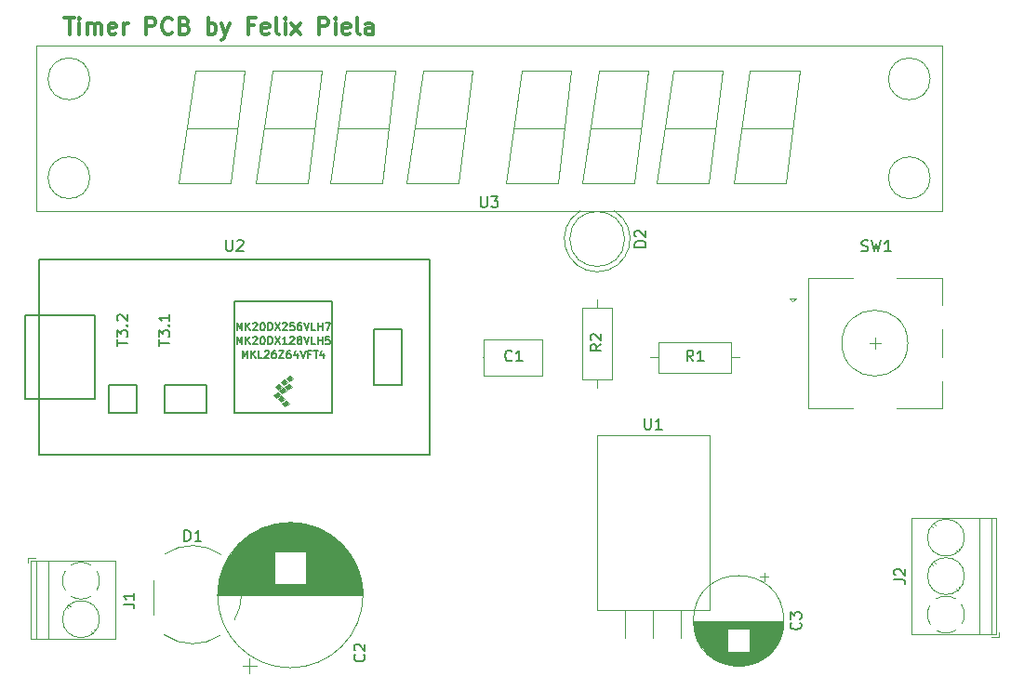
<source format=gbr>
G04 #@! TF.GenerationSoftware,KiCad,Pcbnew,(5.1.7)-1*
G04 #@! TF.CreationDate,2020-10-06T18:52:08+02:00*
G04 #@! TF.ProjectId,Timer-PCB,54696d65-722d-4504-9342-2e6b69636164,rev?*
G04 #@! TF.SameCoordinates,Original*
G04 #@! TF.FileFunction,Legend,Top*
G04 #@! TF.FilePolarity,Positive*
%FSLAX46Y46*%
G04 Gerber Fmt 4.6, Leading zero omitted, Abs format (unit mm)*
G04 Created by KiCad (PCBNEW (5.1.7)-1) date 2020-10-06 18:52:08*
%MOMM*%
%LPD*%
G01*
G04 APERTURE LIST*
%ADD10C,0.300000*%
%ADD11C,0.120000*%
%ADD12C,0.100000*%
%ADD13C,0.150000*%
G04 APERTURE END LIST*
D10*
X68357142Y-71928571D02*
X69214285Y-71928571D01*
X68785714Y-73428571D02*
X68785714Y-71928571D01*
X69714285Y-73428571D02*
X69714285Y-72428571D01*
X69714285Y-71928571D02*
X69642857Y-72000000D01*
X69714285Y-72071428D01*
X69785714Y-72000000D01*
X69714285Y-71928571D01*
X69714285Y-72071428D01*
X70428571Y-73428571D02*
X70428571Y-72428571D01*
X70428571Y-72571428D02*
X70500000Y-72500000D01*
X70642857Y-72428571D01*
X70857142Y-72428571D01*
X71000000Y-72500000D01*
X71071428Y-72642857D01*
X71071428Y-73428571D01*
X71071428Y-72642857D02*
X71142857Y-72500000D01*
X71285714Y-72428571D01*
X71500000Y-72428571D01*
X71642857Y-72500000D01*
X71714285Y-72642857D01*
X71714285Y-73428571D01*
X73000000Y-73357142D02*
X72857142Y-73428571D01*
X72571428Y-73428571D01*
X72428571Y-73357142D01*
X72357142Y-73214285D01*
X72357142Y-72642857D01*
X72428571Y-72500000D01*
X72571428Y-72428571D01*
X72857142Y-72428571D01*
X73000000Y-72500000D01*
X73071428Y-72642857D01*
X73071428Y-72785714D01*
X72357142Y-72928571D01*
X73714285Y-73428571D02*
X73714285Y-72428571D01*
X73714285Y-72714285D02*
X73785714Y-72571428D01*
X73857142Y-72500000D01*
X74000000Y-72428571D01*
X74142857Y-72428571D01*
X75785714Y-73428571D02*
X75785714Y-71928571D01*
X76357142Y-71928571D01*
X76500000Y-72000000D01*
X76571428Y-72071428D01*
X76642857Y-72214285D01*
X76642857Y-72428571D01*
X76571428Y-72571428D01*
X76500000Y-72642857D01*
X76357142Y-72714285D01*
X75785714Y-72714285D01*
X78142857Y-73285714D02*
X78071428Y-73357142D01*
X77857142Y-73428571D01*
X77714285Y-73428571D01*
X77500000Y-73357142D01*
X77357142Y-73214285D01*
X77285714Y-73071428D01*
X77214285Y-72785714D01*
X77214285Y-72571428D01*
X77285714Y-72285714D01*
X77357142Y-72142857D01*
X77500000Y-72000000D01*
X77714285Y-71928571D01*
X77857142Y-71928571D01*
X78071428Y-72000000D01*
X78142857Y-72071428D01*
X79285714Y-72642857D02*
X79500000Y-72714285D01*
X79571428Y-72785714D01*
X79642857Y-72928571D01*
X79642857Y-73142857D01*
X79571428Y-73285714D01*
X79500000Y-73357142D01*
X79357142Y-73428571D01*
X78785714Y-73428571D01*
X78785714Y-71928571D01*
X79285714Y-71928571D01*
X79428571Y-72000000D01*
X79500000Y-72071428D01*
X79571428Y-72214285D01*
X79571428Y-72357142D01*
X79500000Y-72500000D01*
X79428571Y-72571428D01*
X79285714Y-72642857D01*
X78785714Y-72642857D01*
X81428571Y-73428571D02*
X81428571Y-71928571D01*
X81428571Y-72500000D02*
X81571428Y-72428571D01*
X81857142Y-72428571D01*
X82000000Y-72500000D01*
X82071428Y-72571428D01*
X82142857Y-72714285D01*
X82142857Y-73142857D01*
X82071428Y-73285714D01*
X82000000Y-73357142D01*
X81857142Y-73428571D01*
X81571428Y-73428571D01*
X81428571Y-73357142D01*
X82642857Y-72428571D02*
X83000000Y-73428571D01*
X83357142Y-72428571D02*
X83000000Y-73428571D01*
X82857142Y-73785714D01*
X82785714Y-73857142D01*
X82642857Y-73928571D01*
X85571428Y-72642857D02*
X85071428Y-72642857D01*
X85071428Y-73428571D02*
X85071428Y-71928571D01*
X85785714Y-71928571D01*
X86928571Y-73357142D02*
X86785714Y-73428571D01*
X86500000Y-73428571D01*
X86357142Y-73357142D01*
X86285714Y-73214285D01*
X86285714Y-72642857D01*
X86357142Y-72500000D01*
X86500000Y-72428571D01*
X86785714Y-72428571D01*
X86928571Y-72500000D01*
X87000000Y-72642857D01*
X87000000Y-72785714D01*
X86285714Y-72928571D01*
X87857142Y-73428571D02*
X87714285Y-73357142D01*
X87642857Y-73214285D01*
X87642857Y-71928571D01*
X88428571Y-73428571D02*
X88428571Y-72428571D01*
X88428571Y-71928571D02*
X88357142Y-72000000D01*
X88428571Y-72071428D01*
X88500000Y-72000000D01*
X88428571Y-71928571D01*
X88428571Y-72071428D01*
X89000000Y-73428571D02*
X89785714Y-72428571D01*
X89000000Y-72428571D02*
X89785714Y-73428571D01*
X91500000Y-73428571D02*
X91500000Y-71928571D01*
X92071428Y-71928571D01*
X92214285Y-72000000D01*
X92285714Y-72071428D01*
X92357142Y-72214285D01*
X92357142Y-72428571D01*
X92285714Y-72571428D01*
X92214285Y-72642857D01*
X92071428Y-72714285D01*
X91500000Y-72714285D01*
X93000000Y-73428571D02*
X93000000Y-72428571D01*
X93000000Y-71928571D02*
X92928571Y-72000000D01*
X93000000Y-72071428D01*
X93071428Y-72000000D01*
X93000000Y-71928571D01*
X93000000Y-72071428D01*
X94285714Y-73357142D02*
X94142857Y-73428571D01*
X93857142Y-73428571D01*
X93714285Y-73357142D01*
X93642857Y-73214285D01*
X93642857Y-72642857D01*
X93714285Y-72500000D01*
X93857142Y-72428571D01*
X94142857Y-72428571D01*
X94285714Y-72500000D01*
X94357142Y-72642857D01*
X94357142Y-72785714D01*
X93642857Y-72928571D01*
X95214285Y-73428571D02*
X95071428Y-73357142D01*
X95000000Y-73214285D01*
X95000000Y-71928571D01*
X96428571Y-73428571D02*
X96428571Y-72642857D01*
X96357142Y-72500000D01*
X96214285Y-72428571D01*
X95928571Y-72428571D01*
X95785714Y-72500000D01*
X96428571Y-73357142D02*
X96285714Y-73428571D01*
X95928571Y-73428571D01*
X95785714Y-73357142D01*
X95714285Y-73214285D01*
X95714285Y-73071428D01*
X95785714Y-72928571D01*
X95928571Y-72857142D01*
X96285714Y-72857142D01*
X96428571Y-72785714D01*
D11*
X111870000Y-102870000D02*
X111830000Y-102870000D01*
X106450000Y-102870000D02*
X106490000Y-102870000D01*
X111830000Y-101200000D02*
X106490000Y-101200000D01*
X111830000Y-104540000D02*
X111830000Y-101200000D01*
X106490000Y-104540000D02*
X111830000Y-104540000D01*
X106490000Y-101200000D02*
X106490000Y-104540000D01*
X84535000Y-130934569D02*
X85835000Y-130934569D01*
X85185000Y-131584569D02*
X85185000Y-130284569D01*
X88425000Y-117899000D02*
X89375000Y-117899000D01*
X88050000Y-117939000D02*
X89750000Y-117939000D01*
X87793000Y-117979000D02*
X90007000Y-117979000D01*
X87585000Y-118019000D02*
X90215000Y-118019000D01*
X87406000Y-118059000D02*
X90394000Y-118059000D01*
X87247000Y-118099000D02*
X90553000Y-118099000D01*
X87102000Y-118139000D02*
X90698000Y-118139000D01*
X86969000Y-118179000D02*
X90831000Y-118179000D01*
X86845000Y-118219000D02*
X90955000Y-118219000D01*
X86729000Y-118259000D02*
X91071000Y-118259000D01*
X86619000Y-118299000D02*
X91181000Y-118299000D01*
X86515000Y-118339000D02*
X91285000Y-118339000D01*
X86416000Y-118379000D02*
X91384000Y-118379000D01*
X86321000Y-118419000D02*
X91479000Y-118419000D01*
X86230000Y-118459000D02*
X91570000Y-118459000D01*
X86142000Y-118499000D02*
X91658000Y-118499000D01*
X86058000Y-118539000D02*
X91742000Y-118539000D01*
X85977000Y-118579000D02*
X91823000Y-118579000D01*
X85898000Y-118619000D02*
X91902000Y-118619000D01*
X85822000Y-118659000D02*
X91978000Y-118659000D01*
X85748000Y-118699000D02*
X92052000Y-118699000D01*
X85677000Y-118739000D02*
X92123000Y-118739000D01*
X85607000Y-118779000D02*
X92193000Y-118779000D01*
X85539000Y-118819000D02*
X92261000Y-118819000D01*
X85473000Y-118859000D02*
X92327000Y-118859000D01*
X85409000Y-118899000D02*
X92391000Y-118899000D01*
X85346000Y-118939000D02*
X92454000Y-118939000D01*
X85285000Y-118979000D02*
X92515000Y-118979000D01*
X85225000Y-119019000D02*
X92575000Y-119019000D01*
X85167000Y-119059000D02*
X92633000Y-119059000D01*
X85110000Y-119099000D02*
X92690000Y-119099000D01*
X85054000Y-119139000D02*
X92746000Y-119139000D01*
X85000000Y-119179000D02*
X92800000Y-119179000D01*
X84946000Y-119219000D02*
X92854000Y-119219000D01*
X84894000Y-119259000D02*
X92906000Y-119259000D01*
X84843000Y-119299000D02*
X92957000Y-119299000D01*
X84792000Y-119339000D02*
X93008000Y-119339000D01*
X84743000Y-119379000D02*
X93057000Y-119379000D01*
X84695000Y-119419000D02*
X93105000Y-119419000D01*
X84647000Y-119459000D02*
X93153000Y-119459000D01*
X84601000Y-119499000D02*
X93199000Y-119499000D01*
X84555000Y-119539000D02*
X93245000Y-119539000D01*
X84510000Y-119579000D02*
X93290000Y-119579000D01*
X84466000Y-119619000D02*
X93334000Y-119619000D01*
X84423000Y-119659000D02*
X93377000Y-119659000D01*
X84381000Y-119699000D02*
X93419000Y-119699000D01*
X84339000Y-119739000D02*
X93461000Y-119739000D01*
X84298000Y-119779000D02*
X93502000Y-119779000D01*
X84257000Y-119819000D02*
X93543000Y-119819000D01*
X84218000Y-119859000D02*
X93582000Y-119859000D01*
X84179000Y-119899000D02*
X93621000Y-119899000D01*
X84140000Y-119939000D02*
X93660000Y-119939000D01*
X84103000Y-119979000D02*
X93697000Y-119979000D01*
X84066000Y-120019000D02*
X93734000Y-120019000D01*
X84029000Y-120059000D02*
X93771000Y-120059000D01*
X83993000Y-120099000D02*
X93807000Y-120099000D01*
X83958000Y-120139000D02*
X93842000Y-120139000D01*
X83923000Y-120179000D02*
X93877000Y-120179000D01*
X83889000Y-120219000D02*
X93911000Y-120219000D01*
X83856000Y-120259000D02*
X93944000Y-120259000D01*
X83822000Y-120299000D02*
X93978000Y-120299000D01*
X83790000Y-120339000D02*
X94010000Y-120339000D01*
X83758000Y-120379000D02*
X94042000Y-120379000D01*
X83726000Y-120419000D02*
X94074000Y-120419000D01*
X83695000Y-120459000D02*
X94105000Y-120459000D01*
X83665000Y-120499000D02*
X94135000Y-120499000D01*
X83635000Y-120539000D02*
X94165000Y-120539000D01*
X90340000Y-120579000D02*
X94195000Y-120579000D01*
X83605000Y-120579000D02*
X87460000Y-120579000D01*
X90340000Y-120619000D02*
X94224000Y-120619000D01*
X83576000Y-120619000D02*
X87460000Y-120619000D01*
X90340000Y-120659000D02*
X94253000Y-120659000D01*
X83547000Y-120659000D02*
X87460000Y-120659000D01*
X90340000Y-120699000D02*
X94281000Y-120699000D01*
X83519000Y-120699000D02*
X87460000Y-120699000D01*
X90340000Y-120739000D02*
X94309000Y-120739000D01*
X83491000Y-120739000D02*
X87460000Y-120739000D01*
X90340000Y-120779000D02*
X94336000Y-120779000D01*
X83464000Y-120779000D02*
X87460000Y-120779000D01*
X90340000Y-120819000D02*
X94363000Y-120819000D01*
X83437000Y-120819000D02*
X87460000Y-120819000D01*
X90340000Y-120859000D02*
X94390000Y-120859000D01*
X83410000Y-120859000D02*
X87460000Y-120859000D01*
X90340000Y-120899000D02*
X94416000Y-120899000D01*
X83384000Y-120899000D02*
X87460000Y-120899000D01*
X90340000Y-120939000D02*
X94442000Y-120939000D01*
X83358000Y-120939000D02*
X87460000Y-120939000D01*
X90340000Y-120979000D02*
X94467000Y-120979000D01*
X83333000Y-120979000D02*
X87460000Y-120979000D01*
X90340000Y-121019000D02*
X94492000Y-121019000D01*
X83308000Y-121019000D02*
X87460000Y-121019000D01*
X90340000Y-121059000D02*
X94517000Y-121059000D01*
X83283000Y-121059000D02*
X87460000Y-121059000D01*
X90340000Y-121099000D02*
X94541000Y-121099000D01*
X83259000Y-121099000D02*
X87460000Y-121099000D01*
X90340000Y-121139000D02*
X94564000Y-121139000D01*
X83236000Y-121139000D02*
X87460000Y-121139000D01*
X90340000Y-121179000D02*
X94588000Y-121179000D01*
X83212000Y-121179000D02*
X87460000Y-121179000D01*
X90340000Y-121219000D02*
X94611000Y-121219000D01*
X83189000Y-121219000D02*
X87460000Y-121219000D01*
X90340000Y-121259000D02*
X94633000Y-121259000D01*
X83167000Y-121259000D02*
X87460000Y-121259000D01*
X90340000Y-121299000D02*
X94656000Y-121299000D01*
X83144000Y-121299000D02*
X87460000Y-121299000D01*
X90340000Y-121339000D02*
X94678000Y-121339000D01*
X83122000Y-121339000D02*
X87460000Y-121339000D01*
X90340000Y-121379000D02*
X94699000Y-121379000D01*
X83101000Y-121379000D02*
X87460000Y-121379000D01*
X90340000Y-121419000D02*
X94720000Y-121419000D01*
X83080000Y-121419000D02*
X87460000Y-121419000D01*
X90340000Y-121459000D02*
X94741000Y-121459000D01*
X83059000Y-121459000D02*
X87460000Y-121459000D01*
X90340000Y-121499000D02*
X94762000Y-121499000D01*
X83038000Y-121499000D02*
X87460000Y-121499000D01*
X90340000Y-121539000D02*
X94782000Y-121539000D01*
X83018000Y-121539000D02*
X87460000Y-121539000D01*
X90340000Y-121579000D02*
X94802000Y-121579000D01*
X82998000Y-121579000D02*
X87460000Y-121579000D01*
X90340000Y-121619000D02*
X94821000Y-121619000D01*
X82979000Y-121619000D02*
X87460000Y-121619000D01*
X90340000Y-121659000D02*
X94840000Y-121659000D01*
X82960000Y-121659000D02*
X87460000Y-121659000D01*
X90340000Y-121699000D02*
X94859000Y-121699000D01*
X82941000Y-121699000D02*
X87460000Y-121699000D01*
X90340000Y-121739000D02*
X94878000Y-121739000D01*
X82922000Y-121739000D02*
X87460000Y-121739000D01*
X90340000Y-121779000D02*
X94896000Y-121779000D01*
X82904000Y-121779000D02*
X87460000Y-121779000D01*
X90340000Y-121819000D02*
X94914000Y-121819000D01*
X82886000Y-121819000D02*
X87460000Y-121819000D01*
X90340000Y-121859000D02*
X94931000Y-121859000D01*
X82869000Y-121859000D02*
X87460000Y-121859000D01*
X90340000Y-121899000D02*
X94949000Y-121899000D01*
X82851000Y-121899000D02*
X87460000Y-121899000D01*
X90340000Y-121939000D02*
X94965000Y-121939000D01*
X82835000Y-121939000D02*
X87460000Y-121939000D01*
X90340000Y-121979000D02*
X94982000Y-121979000D01*
X82818000Y-121979000D02*
X87460000Y-121979000D01*
X90340000Y-122019000D02*
X94998000Y-122019000D01*
X82802000Y-122019000D02*
X87460000Y-122019000D01*
X90340000Y-122059000D02*
X95014000Y-122059000D01*
X82786000Y-122059000D02*
X87460000Y-122059000D01*
X90340000Y-122099000D02*
X95030000Y-122099000D01*
X82770000Y-122099000D02*
X87460000Y-122099000D01*
X90340000Y-122139000D02*
X95046000Y-122139000D01*
X82754000Y-122139000D02*
X87460000Y-122139000D01*
X90340000Y-122179000D02*
X95061000Y-122179000D01*
X82739000Y-122179000D02*
X87460000Y-122179000D01*
X90340000Y-122219000D02*
X95075000Y-122219000D01*
X82725000Y-122219000D02*
X87460000Y-122219000D01*
X90340000Y-122259000D02*
X95090000Y-122259000D01*
X82710000Y-122259000D02*
X87460000Y-122259000D01*
X90340000Y-122299000D02*
X95104000Y-122299000D01*
X82696000Y-122299000D02*
X87460000Y-122299000D01*
X90340000Y-122339000D02*
X95118000Y-122339000D01*
X82682000Y-122339000D02*
X87460000Y-122339000D01*
X90340000Y-122379000D02*
X95132000Y-122379000D01*
X82668000Y-122379000D02*
X87460000Y-122379000D01*
X90340000Y-122419000D02*
X95145000Y-122419000D01*
X82655000Y-122419000D02*
X87460000Y-122419000D01*
X90340000Y-122459000D02*
X95158000Y-122459000D01*
X82642000Y-122459000D02*
X87460000Y-122459000D01*
X90340000Y-122499000D02*
X95171000Y-122499000D01*
X82629000Y-122499000D02*
X87460000Y-122499000D01*
X90340000Y-122539000D02*
X95184000Y-122539000D01*
X82616000Y-122539000D02*
X87460000Y-122539000D01*
X90340000Y-122579000D02*
X95196000Y-122579000D01*
X82604000Y-122579000D02*
X87460000Y-122579000D01*
X90340000Y-122619000D02*
X95208000Y-122619000D01*
X82592000Y-122619000D02*
X87460000Y-122619000D01*
X90340000Y-122659000D02*
X95220000Y-122659000D01*
X82580000Y-122659000D02*
X87460000Y-122659000D01*
X90340000Y-122699000D02*
X95231000Y-122699000D01*
X82569000Y-122699000D02*
X87460000Y-122699000D01*
X90340000Y-122739000D02*
X95242000Y-122739000D01*
X82558000Y-122739000D02*
X87460000Y-122739000D01*
X90340000Y-122779000D02*
X95253000Y-122779000D01*
X82547000Y-122779000D02*
X87460000Y-122779000D01*
X90340000Y-122819000D02*
X95264000Y-122819000D01*
X82536000Y-122819000D02*
X87460000Y-122819000D01*
X90340000Y-122859000D02*
X95274000Y-122859000D01*
X82526000Y-122859000D02*
X87460000Y-122859000D01*
X90340000Y-122899000D02*
X95284000Y-122899000D01*
X82516000Y-122899000D02*
X87460000Y-122899000D01*
X90340000Y-122939000D02*
X95294000Y-122939000D01*
X82506000Y-122939000D02*
X87460000Y-122939000D01*
X90340000Y-122979000D02*
X95304000Y-122979000D01*
X82496000Y-122979000D02*
X87460000Y-122979000D01*
X90340000Y-123019000D02*
X95313000Y-123019000D01*
X82487000Y-123019000D02*
X87460000Y-123019000D01*
X90340000Y-123059000D02*
X95322000Y-123059000D01*
X82478000Y-123059000D02*
X87460000Y-123059000D01*
X90340000Y-123099000D02*
X95331000Y-123099000D01*
X82469000Y-123099000D02*
X87460000Y-123099000D01*
X90340000Y-123139000D02*
X95339000Y-123139000D01*
X82461000Y-123139000D02*
X87460000Y-123139000D01*
X90340000Y-123179000D02*
X95348000Y-123179000D01*
X82452000Y-123179000D02*
X87460000Y-123179000D01*
X90340000Y-123219000D02*
X95356000Y-123219000D01*
X82444000Y-123219000D02*
X87460000Y-123219000D01*
X90340000Y-123259000D02*
X95363000Y-123259000D01*
X82437000Y-123259000D02*
X87460000Y-123259000D01*
X90340000Y-123299000D02*
X95371000Y-123299000D01*
X82429000Y-123299000D02*
X87460000Y-123299000D01*
X90340000Y-123339000D02*
X95378000Y-123339000D01*
X82422000Y-123339000D02*
X87460000Y-123339000D01*
X90340000Y-123379000D02*
X95385000Y-123379000D01*
X82415000Y-123379000D02*
X87460000Y-123379000D01*
X90340000Y-123419000D02*
X95392000Y-123419000D01*
X82408000Y-123419000D02*
X87460000Y-123419000D01*
X82402000Y-123459000D02*
X95398000Y-123459000D01*
X82395000Y-123499000D02*
X95405000Y-123499000D01*
X82389000Y-123539000D02*
X95411000Y-123539000D01*
X82384000Y-123579000D02*
X95416000Y-123579000D01*
X82378000Y-123619000D02*
X95422000Y-123619000D01*
X82373000Y-123659000D02*
X95427000Y-123659000D01*
X82368000Y-123699000D02*
X95432000Y-123699000D01*
X82363000Y-123739000D02*
X95437000Y-123739000D01*
X82359000Y-123779000D02*
X95441000Y-123779000D01*
X82355000Y-123820000D02*
X95445000Y-123820000D01*
X82351000Y-123860000D02*
X95449000Y-123860000D01*
X82347000Y-123900000D02*
X95453000Y-123900000D01*
X82343000Y-123940000D02*
X95457000Y-123940000D01*
X82340000Y-123980000D02*
X95460000Y-123980000D01*
X82337000Y-124020000D02*
X95463000Y-124020000D01*
X82334000Y-124060000D02*
X95466000Y-124060000D01*
X82332000Y-124100000D02*
X95468000Y-124100000D01*
X82329000Y-124140000D02*
X95471000Y-124140000D01*
X82327000Y-124180000D02*
X95473000Y-124180000D01*
X82325000Y-124220000D02*
X95475000Y-124220000D01*
X82324000Y-124260000D02*
X95476000Y-124260000D01*
X82323000Y-124300000D02*
X95477000Y-124300000D01*
X82321000Y-124340000D02*
X95479000Y-124340000D01*
X82321000Y-124380000D02*
X95479000Y-124380000D01*
X82320000Y-124420000D02*
X95480000Y-124420000D01*
X82320000Y-124460000D02*
X95480000Y-124460000D01*
X82320000Y-124500000D02*
X95480000Y-124500000D01*
X95520000Y-124500000D02*
G75*
G03*
X95520000Y-124500000I-6620000J0D01*
G01*
X132430000Y-122835302D02*
X131630000Y-122835302D01*
X132030000Y-122435302D02*
X132030000Y-123235302D01*
X130248000Y-130926000D02*
X129182000Y-130926000D01*
X130483000Y-130886000D02*
X128947000Y-130886000D01*
X130663000Y-130846000D02*
X128767000Y-130846000D01*
X130813000Y-130806000D02*
X128617000Y-130806000D01*
X130944000Y-130766000D02*
X128486000Y-130766000D01*
X131061000Y-130726000D02*
X128369000Y-130726000D01*
X131168000Y-130686000D02*
X128262000Y-130686000D01*
X131267000Y-130646000D02*
X128163000Y-130646000D01*
X131360000Y-130606000D02*
X128070000Y-130606000D01*
X131446000Y-130566000D02*
X127984000Y-130566000D01*
X131528000Y-130526000D02*
X127902000Y-130526000D01*
X131605000Y-130486000D02*
X127825000Y-130486000D01*
X131679000Y-130446000D02*
X127751000Y-130446000D01*
X131749000Y-130406000D02*
X127681000Y-130406000D01*
X131817000Y-130366000D02*
X127613000Y-130366000D01*
X131881000Y-130326000D02*
X127549000Y-130326000D01*
X131943000Y-130286000D02*
X127487000Y-130286000D01*
X132002000Y-130246000D02*
X127428000Y-130246000D01*
X132060000Y-130206000D02*
X127370000Y-130206000D01*
X132115000Y-130166000D02*
X127315000Y-130166000D01*
X132169000Y-130126000D02*
X127261000Y-130126000D01*
X132220000Y-130086000D02*
X127210000Y-130086000D01*
X132271000Y-130046000D02*
X127159000Y-130046000D01*
X132319000Y-130006000D02*
X127111000Y-130006000D01*
X132366000Y-129966000D02*
X127064000Y-129966000D01*
X132412000Y-129926000D02*
X127018000Y-129926000D01*
X132456000Y-129886000D02*
X126974000Y-129886000D01*
X132499000Y-129846000D02*
X126931000Y-129846000D01*
X132541000Y-129806000D02*
X126889000Y-129806000D01*
X132582000Y-129766000D02*
X126848000Y-129766000D01*
X132622000Y-129726000D02*
X126808000Y-129726000D01*
X132660000Y-129686000D02*
X126770000Y-129686000D01*
X132698000Y-129646000D02*
X126732000Y-129646000D01*
X128675000Y-129606000D02*
X126696000Y-129606000D01*
X132734000Y-129606000D02*
X130755000Y-129606000D01*
X128675000Y-129566000D02*
X126660000Y-129566000D01*
X132770000Y-129566000D02*
X130755000Y-129566000D01*
X128675000Y-129526000D02*
X126625000Y-129526000D01*
X132805000Y-129526000D02*
X130755000Y-129526000D01*
X128675000Y-129486000D02*
X126591000Y-129486000D01*
X132839000Y-129486000D02*
X130755000Y-129486000D01*
X128675000Y-129446000D02*
X126559000Y-129446000D01*
X132871000Y-129446000D02*
X130755000Y-129446000D01*
X128675000Y-129406000D02*
X126526000Y-129406000D01*
X132904000Y-129406000D02*
X130755000Y-129406000D01*
X128675000Y-129366000D02*
X126495000Y-129366000D01*
X132935000Y-129366000D02*
X130755000Y-129366000D01*
X128675000Y-129326000D02*
X126465000Y-129326000D01*
X132965000Y-129326000D02*
X130755000Y-129326000D01*
X128675000Y-129286000D02*
X126435000Y-129286000D01*
X132995000Y-129286000D02*
X130755000Y-129286000D01*
X128675000Y-129246000D02*
X126406000Y-129246000D01*
X133024000Y-129246000D02*
X130755000Y-129246000D01*
X128675000Y-129206000D02*
X126377000Y-129206000D01*
X133053000Y-129206000D02*
X130755000Y-129206000D01*
X128675000Y-129166000D02*
X126350000Y-129166000D01*
X133080000Y-129166000D02*
X130755000Y-129166000D01*
X128675000Y-129126000D02*
X126323000Y-129126000D01*
X133107000Y-129126000D02*
X130755000Y-129126000D01*
X128675000Y-129086000D02*
X126297000Y-129086000D01*
X133133000Y-129086000D02*
X130755000Y-129086000D01*
X128675000Y-129046000D02*
X126271000Y-129046000D01*
X133159000Y-129046000D02*
X130755000Y-129046000D01*
X128675000Y-129006000D02*
X126246000Y-129006000D01*
X133184000Y-129006000D02*
X130755000Y-129006000D01*
X128675000Y-128966000D02*
X126222000Y-128966000D01*
X133208000Y-128966000D02*
X130755000Y-128966000D01*
X128675000Y-128926000D02*
X126198000Y-128926000D01*
X133232000Y-128926000D02*
X130755000Y-128926000D01*
X128675000Y-128886000D02*
X126175000Y-128886000D01*
X133255000Y-128886000D02*
X130755000Y-128886000D01*
X128675000Y-128846000D02*
X126153000Y-128846000D01*
X133277000Y-128846000D02*
X130755000Y-128846000D01*
X128675000Y-128806000D02*
X126131000Y-128806000D01*
X133299000Y-128806000D02*
X130755000Y-128806000D01*
X128675000Y-128766000D02*
X126109000Y-128766000D01*
X133321000Y-128766000D02*
X130755000Y-128766000D01*
X128675000Y-128726000D02*
X126088000Y-128726000D01*
X133342000Y-128726000D02*
X130755000Y-128726000D01*
X128675000Y-128686000D02*
X126068000Y-128686000D01*
X133362000Y-128686000D02*
X130755000Y-128686000D01*
X128675000Y-128646000D02*
X126049000Y-128646000D01*
X133381000Y-128646000D02*
X130755000Y-128646000D01*
X128675000Y-128606000D02*
X126029000Y-128606000D01*
X133401000Y-128606000D02*
X130755000Y-128606000D01*
X128675000Y-128566000D02*
X126011000Y-128566000D01*
X133419000Y-128566000D02*
X130755000Y-128566000D01*
X128675000Y-128526000D02*
X125993000Y-128526000D01*
X133437000Y-128526000D02*
X130755000Y-128526000D01*
X128675000Y-128486000D02*
X125975000Y-128486000D01*
X133455000Y-128486000D02*
X130755000Y-128486000D01*
X128675000Y-128446000D02*
X125958000Y-128446000D01*
X133472000Y-128446000D02*
X130755000Y-128446000D01*
X128675000Y-128406000D02*
X125941000Y-128406000D01*
X133489000Y-128406000D02*
X130755000Y-128406000D01*
X128675000Y-128366000D02*
X125925000Y-128366000D01*
X133505000Y-128366000D02*
X130755000Y-128366000D01*
X128675000Y-128326000D02*
X125910000Y-128326000D01*
X133520000Y-128326000D02*
X130755000Y-128326000D01*
X128675000Y-128286000D02*
X125894000Y-128286000D01*
X133536000Y-128286000D02*
X130755000Y-128286000D01*
X128675000Y-128246000D02*
X125880000Y-128246000D01*
X133550000Y-128246000D02*
X130755000Y-128246000D01*
X128675000Y-128206000D02*
X125865000Y-128206000D01*
X133565000Y-128206000D02*
X130755000Y-128206000D01*
X128675000Y-128166000D02*
X125852000Y-128166000D01*
X133578000Y-128166000D02*
X130755000Y-128166000D01*
X128675000Y-128126000D02*
X125838000Y-128126000D01*
X133592000Y-128126000D02*
X130755000Y-128126000D01*
X128675000Y-128086000D02*
X125826000Y-128086000D01*
X133604000Y-128086000D02*
X130755000Y-128086000D01*
X128675000Y-128046000D02*
X125813000Y-128046000D01*
X133617000Y-128046000D02*
X130755000Y-128046000D01*
X128675000Y-128006000D02*
X125801000Y-128006000D01*
X133629000Y-128006000D02*
X130755000Y-128006000D01*
X128675000Y-127966000D02*
X125790000Y-127966000D01*
X133640000Y-127966000D02*
X130755000Y-127966000D01*
X128675000Y-127926000D02*
X125779000Y-127926000D01*
X133651000Y-127926000D02*
X130755000Y-127926000D01*
X128675000Y-127886000D02*
X125768000Y-127886000D01*
X133662000Y-127886000D02*
X130755000Y-127886000D01*
X128675000Y-127846000D02*
X125758000Y-127846000D01*
X133672000Y-127846000D02*
X130755000Y-127846000D01*
X128675000Y-127806000D02*
X125748000Y-127806000D01*
X133682000Y-127806000D02*
X130755000Y-127806000D01*
X128675000Y-127766000D02*
X125739000Y-127766000D01*
X133691000Y-127766000D02*
X130755000Y-127766000D01*
X128675000Y-127726000D02*
X125730000Y-127726000D01*
X133700000Y-127726000D02*
X130755000Y-127726000D01*
X128675000Y-127686000D02*
X125721000Y-127686000D01*
X133709000Y-127686000D02*
X130755000Y-127686000D01*
X128675000Y-127646000D02*
X125713000Y-127646000D01*
X133717000Y-127646000D02*
X130755000Y-127646000D01*
X128675000Y-127606000D02*
X125705000Y-127606000D01*
X133725000Y-127606000D02*
X130755000Y-127606000D01*
X128675000Y-127566000D02*
X125698000Y-127566000D01*
X133732000Y-127566000D02*
X130755000Y-127566000D01*
X133739000Y-127525000D02*
X125691000Y-127525000D01*
X133745000Y-127485000D02*
X125685000Y-127485000D01*
X133752000Y-127445000D02*
X125678000Y-127445000D01*
X133757000Y-127405000D02*
X125673000Y-127405000D01*
X133763000Y-127365000D02*
X125667000Y-127365000D01*
X133767000Y-127325000D02*
X125663000Y-127325000D01*
X133772000Y-127285000D02*
X125658000Y-127285000D01*
X133776000Y-127245000D02*
X125654000Y-127245000D01*
X133780000Y-127205000D02*
X125650000Y-127205000D01*
X133783000Y-127165000D02*
X125647000Y-127165000D01*
X133786000Y-127125000D02*
X125644000Y-127125000D01*
X133789000Y-127085000D02*
X125641000Y-127085000D01*
X133791000Y-127045000D02*
X125639000Y-127045000D01*
X133792000Y-127005000D02*
X125638000Y-127005000D01*
X133794000Y-126965000D02*
X125636000Y-126965000D01*
X133795000Y-126925000D02*
X125635000Y-126925000D01*
X133795000Y-126885000D02*
X125635000Y-126885000D01*
X133795000Y-126845000D02*
X125635000Y-126845000D01*
X133835000Y-126845000D02*
G75*
G03*
X133835000Y-126845000I-4120000J0D01*
G01*
X76470000Y-123120000D02*
X76470000Y-126320000D01*
X77417843Y-128106479D02*
G75*
G03*
X82550000Y-128143000I2592157J3646479D01*
G01*
X83817105Y-126750818D02*
G75*
G03*
X83820000Y-122174000I-3807105J2290818D01*
G01*
X82602157Y-120813521D02*
G75*
G03*
X77470000Y-120777000I-2592157J-3646479D01*
G01*
X119340000Y-92075000D02*
G75*
G03*
X119340000Y-92075000I-2500000J0D01*
G01*
X118385000Y-89515000D02*
X115295000Y-89515000D01*
X116839538Y-95065000D02*
G75*
G03*
X118384830Y-89515000I462J2990000D01*
G01*
X116840462Y-95065000D02*
G75*
G02*
X115295170Y-89515000I-462J2990000D01*
G01*
X129000000Y-104240000D02*
X129000000Y-101500000D01*
X129000000Y-101500000D02*
X122460000Y-101500000D01*
X122460000Y-101500000D02*
X122460000Y-104240000D01*
X122460000Y-104240000D02*
X129000000Y-104240000D01*
X129770000Y-102870000D02*
X129000000Y-102870000D01*
X121690000Y-102870000D02*
X122460000Y-102870000D01*
X116840000Y-97560000D02*
X116840000Y-98330000D01*
X116840000Y-105640000D02*
X116840000Y-104870000D01*
X115470000Y-98330000D02*
X115470000Y-104870000D01*
X118210000Y-98330000D02*
X115470000Y-98330000D01*
X118210000Y-104870000D02*
X118210000Y-98330000D01*
X115470000Y-104870000D02*
X118210000Y-104870000D01*
X124460000Y-125850000D02*
X124460000Y-128390000D01*
X121920000Y-125850000D02*
X121920000Y-128390000D01*
X119380000Y-125850000D02*
X119380000Y-128390000D01*
X127040000Y-109960000D02*
X127040000Y-125850000D01*
X116800000Y-109960000D02*
X116800000Y-125850000D01*
X116800000Y-109960000D02*
X127040000Y-109960000D01*
X116800000Y-125850000D02*
X127040000Y-125850000D01*
D12*
G36*
X88646000Y-105791000D02*
G01*
X88392000Y-105537000D01*
X88773000Y-105283000D01*
X89027000Y-105537000D01*
X88646000Y-105791000D01*
G37*
X88646000Y-105791000D02*
X88392000Y-105537000D01*
X88773000Y-105283000D01*
X89027000Y-105537000D01*
X88646000Y-105791000D01*
G36*
X87630000Y-106553000D02*
G01*
X87376000Y-106299000D01*
X87757000Y-106045000D01*
X88011000Y-106299000D01*
X87630000Y-106553000D01*
G37*
X87630000Y-106553000D02*
X87376000Y-106299000D01*
X87757000Y-106045000D01*
X88011000Y-106299000D01*
X87630000Y-106553000D01*
G36*
X88392000Y-107315000D02*
G01*
X88138000Y-107061000D01*
X88519000Y-106807000D01*
X88773000Y-107061000D01*
X88392000Y-107315000D01*
G37*
X88392000Y-107315000D02*
X88138000Y-107061000D01*
X88519000Y-106807000D01*
X88773000Y-107061000D01*
X88392000Y-107315000D01*
G36*
X88265000Y-105410000D02*
G01*
X88011000Y-105156000D01*
X88392000Y-104902000D01*
X88646000Y-105156000D01*
X88265000Y-105410000D01*
G37*
X88265000Y-105410000D02*
X88011000Y-105156000D01*
X88392000Y-104902000D01*
X88646000Y-105156000D01*
X88265000Y-105410000D01*
G36*
X88011000Y-106934000D02*
G01*
X87757000Y-106680000D01*
X88138000Y-106426000D01*
X88392000Y-106680000D01*
X88011000Y-106934000D01*
G37*
X88011000Y-106934000D02*
X87757000Y-106680000D01*
X88138000Y-106426000D01*
X88392000Y-106680000D01*
X88011000Y-106934000D01*
G36*
X88773000Y-105029000D02*
G01*
X88519000Y-104775000D01*
X88900000Y-104521000D01*
X89154000Y-104775000D01*
X88773000Y-105029000D01*
G37*
X88773000Y-105029000D02*
X88519000Y-104775000D01*
X88900000Y-104521000D01*
X89154000Y-104775000D01*
X88773000Y-105029000D01*
G36*
X88138000Y-106172000D02*
G01*
X87884000Y-105918000D01*
X88265000Y-105664000D01*
X88519000Y-105918000D01*
X88138000Y-106172000D01*
G37*
X88138000Y-106172000D02*
X87884000Y-105918000D01*
X88265000Y-105664000D01*
X88519000Y-105918000D01*
X88138000Y-106172000D01*
G36*
X87757000Y-105791000D02*
G01*
X87503000Y-105537000D01*
X87884000Y-105283000D01*
X88138000Y-105537000D01*
X87757000Y-105791000D01*
G37*
X87757000Y-105791000D02*
X87503000Y-105537000D01*
X87884000Y-105283000D01*
X88138000Y-105537000D01*
X87757000Y-105791000D01*
D13*
X66040000Y-111760000D02*
X66040000Y-93980000D01*
X101600000Y-111760000D02*
X66040000Y-111760000D01*
X101600000Y-93980000D02*
X101600000Y-111760000D01*
X66040000Y-93980000D02*
X101600000Y-93980000D01*
X92710000Y-107950000D02*
X83820000Y-107950000D01*
X92710000Y-97790000D02*
X83820000Y-97790000D01*
X83820000Y-97790000D02*
X83820000Y-107950000D01*
X92710000Y-107950000D02*
X92710000Y-97790000D01*
X96520000Y-100330000D02*
X99060000Y-100330000D01*
X96520000Y-105410000D02*
X96520000Y-100330000D01*
X99060000Y-105410000D02*
X96520000Y-105410000D01*
X99060000Y-100330000D02*
X99060000Y-105410000D01*
X72390000Y-105410000D02*
X72390000Y-107950000D01*
X74930000Y-105410000D02*
X72390000Y-105410000D01*
X74930000Y-107950000D02*
X74930000Y-105410000D01*
X72390000Y-107950000D02*
X74930000Y-107950000D01*
X71120000Y-106680000D02*
X66040000Y-106680000D01*
X71120000Y-99060000D02*
X66040000Y-99060000D01*
X71120000Y-106680000D02*
X71120000Y-99060000D01*
X77470000Y-105410000D02*
X77470000Y-107950000D01*
X81280000Y-105410000D02*
X77470000Y-105410000D01*
X81280000Y-107950000D02*
X81280000Y-105410000D01*
X77470000Y-107950000D02*
X81280000Y-107950000D01*
X64770000Y-99060000D02*
X66040000Y-99060000D01*
X64770000Y-106680000D02*
X64770000Y-99060000D01*
X66040000Y-106680000D02*
X64770000Y-106680000D01*
D11*
X117000000Y-76750000D02*
X115500000Y-87000000D01*
X108500000Y-87000000D02*
X113250000Y-87000000D01*
X123000000Y-82000000D02*
X127500000Y-82000000D01*
X120250000Y-87000000D02*
X121500000Y-76750000D01*
X122250000Y-87000000D02*
X127000000Y-87000000D01*
X109250000Y-82000000D02*
X113750000Y-82000000D01*
X115500000Y-87000000D02*
X120250000Y-87000000D01*
X113250000Y-87000000D02*
X114500000Y-76750000D01*
X121500000Y-76750000D02*
X117000000Y-76750000D01*
X110000000Y-76750000D02*
X108500000Y-87000000D01*
X116250000Y-82000000D02*
X120750000Y-82000000D01*
X114500000Y-76750000D02*
X110000000Y-76750000D01*
X130000000Y-82000000D02*
X134500000Y-82000000D01*
X129250000Y-87000000D02*
X134000000Y-87000000D01*
X130750000Y-76750000D02*
X129250000Y-87000000D01*
X135250000Y-76750000D02*
X130750000Y-76750000D01*
X134000000Y-87000000D02*
X135250000Y-76750000D01*
X123750000Y-76750000D02*
X122250000Y-87000000D01*
X128250000Y-76750000D02*
X123750000Y-76750000D01*
X127000000Y-87000000D02*
X128250000Y-76750000D01*
X79500000Y-82000000D02*
X84000000Y-82000000D01*
X78750000Y-87000000D02*
X83500000Y-87000000D01*
X86500000Y-82000000D02*
X91000000Y-82000000D01*
X85750000Y-87000000D02*
X90500000Y-87000000D01*
X87250000Y-76750000D02*
X85750000Y-87000000D01*
X91750000Y-76750000D02*
X87250000Y-76750000D01*
X90500000Y-87000000D02*
X91750000Y-76750000D01*
X80250000Y-76750000D02*
X78750000Y-87000000D01*
X84750000Y-76750000D02*
X80250000Y-76750000D01*
X83500000Y-87000000D02*
X84750000Y-76750000D01*
X93250000Y-82000000D02*
X97750000Y-82000000D01*
X92500000Y-87000000D02*
X97250000Y-87000000D01*
X94000000Y-76750000D02*
X92500000Y-87000000D01*
X98500000Y-76750000D02*
X94000000Y-76750000D01*
X97250000Y-87000000D02*
X98500000Y-76750000D01*
X100250000Y-82000000D02*
X104750000Y-82000000D01*
X99500000Y-87000000D02*
X104250000Y-87000000D01*
X101000000Y-76750000D02*
X99500000Y-87000000D01*
X105500000Y-76750000D02*
X101000000Y-76750000D01*
X104250000Y-87000000D02*
X105500000Y-76750000D01*
X147150000Y-77500000D02*
G75*
G03*
X147150000Y-77500000I-1900000J0D01*
G01*
X147150000Y-86500000D02*
G75*
G03*
X147150000Y-86500000I-1900000J0D01*
G01*
X70650000Y-86500000D02*
G75*
G03*
X70650000Y-86500000I-1900000J0D01*
G01*
X70650000Y-77500000D02*
G75*
G03*
X70650000Y-77500000I-1900000J0D01*
G01*
X65750000Y-89500000D02*
X65750000Y-74500000D01*
X148250000Y-89500000D02*
X65750000Y-89500000D01*
X148250000Y-74500000D02*
X148250000Y-89500000D01*
X65750000Y-74500000D02*
X148250000Y-74500000D01*
X65050000Y-121140000D02*
X65050000Y-121540000D01*
X65690000Y-121140000D02*
X65050000Y-121140000D01*
X68909000Y-125545000D02*
X68781000Y-125416000D01*
X71125000Y-127760000D02*
X71031000Y-127666000D01*
X68669000Y-125715000D02*
X68576000Y-125621000D01*
X70919000Y-127965000D02*
X70791000Y-127836000D01*
X73010000Y-128500000D02*
X65290000Y-128500000D01*
X73010000Y-121380000D02*
X65290000Y-121380000D01*
X65290000Y-121380000D02*
X65290000Y-128500000D01*
X73010000Y-121380000D02*
X73010000Y-128500000D01*
X66850000Y-121380000D02*
X66850000Y-128500000D01*
X65750000Y-121380000D02*
X65750000Y-128500000D01*
X71530000Y-126690000D02*
G75*
G03*
X71530000Y-126690000I-1680000J0D01*
G01*
X68425279Y-124080264D02*
G75*
G02*
X68170000Y-123190000I1424721J890264D01*
G01*
X70740193Y-124615505D02*
G75*
G02*
X68959000Y-124615000I-890193J1425505D01*
G01*
X71275358Y-122300106D02*
G75*
G02*
X71290000Y-124056000I-1425358J-889894D01*
G01*
X68960106Y-121764642D02*
G75*
G02*
X70716000Y-121750000I889894J-1425358D01*
G01*
X68169901Y-123218674D02*
G75*
G02*
X68410000Y-122324000I1680099J28674D01*
G01*
X153390000Y-128320000D02*
X153390000Y-127920000D01*
X152750000Y-128320000D02*
X153390000Y-128320000D01*
X149531000Y-120415000D02*
X149659000Y-120544000D01*
X147315000Y-118200000D02*
X147409000Y-118294000D01*
X149771000Y-120245000D02*
X149864000Y-120339000D01*
X147521000Y-117995000D02*
X147649000Y-118124000D01*
X149531000Y-123915000D02*
X149659000Y-124044000D01*
X147315000Y-121700000D02*
X147409000Y-121794000D01*
X149771000Y-123745000D02*
X149864000Y-123839000D01*
X147521000Y-121495000D02*
X147649000Y-121624000D01*
X145430000Y-117460000D02*
X153150000Y-117460000D01*
X145430000Y-128080000D02*
X153150000Y-128080000D01*
X153150000Y-128080000D02*
X153150000Y-117460000D01*
X145430000Y-128080000D02*
X145430000Y-117460000D01*
X151590000Y-128080000D02*
X151590000Y-117460000D01*
X152690000Y-128080000D02*
X152690000Y-117460000D01*
X150270000Y-119270000D02*
G75*
G03*
X150270000Y-119270000I-1680000J0D01*
G01*
X150270000Y-122770000D02*
G75*
G03*
X150270000Y-122770000I-1680000J0D01*
G01*
X150014721Y-125379736D02*
G75*
G02*
X150270000Y-126270000I-1424721J-890264D01*
G01*
X147699807Y-124844495D02*
G75*
G02*
X149481000Y-124845000I890193J-1425505D01*
G01*
X147164642Y-127159894D02*
G75*
G02*
X147150000Y-125404000I1425358J889894D01*
G01*
X149479894Y-127695358D02*
G75*
G02*
X147724000Y-127710000I-889894J1425358D01*
G01*
X150270099Y-126241326D02*
G75*
G02*
X150030000Y-127136000I-1680099J-28674D01*
G01*
X145120000Y-101560000D02*
G75*
G03*
X145120000Y-101560000I-3000000J0D01*
G01*
X144120000Y-95660000D02*
X148220000Y-95660000D01*
X148220000Y-107460000D02*
X144120000Y-107460000D01*
X140120000Y-107460000D02*
X136020000Y-107460000D01*
X140120000Y-95660000D02*
X136020000Y-95660000D01*
X136020000Y-95660000D02*
X136020000Y-107460000D01*
X134620000Y-97760000D02*
X134320000Y-97460000D01*
X134320000Y-97460000D02*
X134920000Y-97460000D01*
X134920000Y-97460000D02*
X134620000Y-97760000D01*
X148220000Y-95660000D02*
X148220000Y-98060000D01*
X148220000Y-100260000D02*
X148220000Y-102860000D01*
X148220000Y-105060000D02*
X148220000Y-107460000D01*
X142120000Y-101060000D02*
X142120000Y-102060000D01*
X141620000Y-101560000D02*
X142620000Y-101560000D01*
D13*
X109083333Y-103107142D02*
X109035714Y-103154761D01*
X108892857Y-103202380D01*
X108797619Y-103202380D01*
X108654761Y-103154761D01*
X108559523Y-103059523D01*
X108511904Y-102964285D01*
X108464285Y-102773809D01*
X108464285Y-102630952D01*
X108511904Y-102440476D01*
X108559523Y-102345238D01*
X108654761Y-102250000D01*
X108797619Y-102202380D01*
X108892857Y-102202380D01*
X109035714Y-102250000D01*
X109083333Y-102297619D01*
X110035714Y-103202380D02*
X109464285Y-103202380D01*
X109750000Y-103202380D02*
X109750000Y-102202380D01*
X109654761Y-102345238D01*
X109559523Y-102440476D01*
X109464285Y-102488095D01*
X95607142Y-129916666D02*
X95654761Y-129964285D01*
X95702380Y-130107142D01*
X95702380Y-130202380D01*
X95654761Y-130345238D01*
X95559523Y-130440476D01*
X95464285Y-130488095D01*
X95273809Y-130535714D01*
X95130952Y-130535714D01*
X94940476Y-130488095D01*
X94845238Y-130440476D01*
X94750000Y-130345238D01*
X94702380Y-130202380D01*
X94702380Y-130107142D01*
X94750000Y-129964285D01*
X94797619Y-129916666D01*
X94797619Y-129535714D02*
X94750000Y-129488095D01*
X94702380Y-129392857D01*
X94702380Y-129154761D01*
X94750000Y-129059523D01*
X94797619Y-129011904D01*
X94892857Y-128964285D01*
X94988095Y-128964285D01*
X95130952Y-129011904D01*
X95702380Y-129583333D01*
X95702380Y-128964285D01*
X135322142Y-127011666D02*
X135369761Y-127059285D01*
X135417380Y-127202142D01*
X135417380Y-127297380D01*
X135369761Y-127440238D01*
X135274523Y-127535476D01*
X135179285Y-127583095D01*
X134988809Y-127630714D01*
X134845952Y-127630714D01*
X134655476Y-127583095D01*
X134560238Y-127535476D01*
X134465000Y-127440238D01*
X134417380Y-127297380D01*
X134417380Y-127202142D01*
X134465000Y-127059285D01*
X134512619Y-127011666D01*
X134417380Y-126678333D02*
X134417380Y-126059285D01*
X134798333Y-126392619D01*
X134798333Y-126249761D01*
X134845952Y-126154523D01*
X134893571Y-126106904D01*
X134988809Y-126059285D01*
X135226904Y-126059285D01*
X135322142Y-126106904D01*
X135369761Y-126154523D01*
X135417380Y-126249761D01*
X135417380Y-126535476D01*
X135369761Y-126630714D01*
X135322142Y-126678333D01*
X79271904Y-119578380D02*
X79271904Y-118578380D01*
X79510000Y-118578380D01*
X79652857Y-118626000D01*
X79748095Y-118721238D01*
X79795714Y-118816476D01*
X79843333Y-119006952D01*
X79843333Y-119149809D01*
X79795714Y-119340285D01*
X79748095Y-119435523D01*
X79652857Y-119530761D01*
X79510000Y-119578380D01*
X79271904Y-119578380D01*
X80795714Y-119578380D02*
X80224285Y-119578380D01*
X80510000Y-119578380D02*
X80510000Y-118578380D01*
X80414761Y-118721238D01*
X80319523Y-118816476D01*
X80224285Y-118864095D01*
X121252380Y-92813095D02*
X120252380Y-92813095D01*
X120252380Y-92575000D01*
X120300000Y-92432142D01*
X120395238Y-92336904D01*
X120490476Y-92289285D01*
X120680952Y-92241666D01*
X120823809Y-92241666D01*
X121014285Y-92289285D01*
X121109523Y-92336904D01*
X121204761Y-92432142D01*
X121252380Y-92575000D01*
X121252380Y-92813095D01*
X120347619Y-91860714D02*
X120300000Y-91813095D01*
X120252380Y-91717857D01*
X120252380Y-91479761D01*
X120300000Y-91384523D01*
X120347619Y-91336904D01*
X120442857Y-91289285D01*
X120538095Y-91289285D01*
X120680952Y-91336904D01*
X121252380Y-91908333D01*
X121252380Y-91289285D01*
X125583333Y-103202380D02*
X125250000Y-102726190D01*
X125011904Y-103202380D02*
X125011904Y-102202380D01*
X125392857Y-102202380D01*
X125488095Y-102250000D01*
X125535714Y-102297619D01*
X125583333Y-102392857D01*
X125583333Y-102535714D01*
X125535714Y-102630952D01*
X125488095Y-102678571D01*
X125392857Y-102726190D01*
X125011904Y-102726190D01*
X126535714Y-103202380D02*
X125964285Y-103202380D01*
X126250000Y-103202380D02*
X126250000Y-102202380D01*
X126154761Y-102345238D01*
X126059523Y-102440476D01*
X125964285Y-102488095D01*
X117202380Y-101666666D02*
X116726190Y-102000000D01*
X117202380Y-102238095D02*
X116202380Y-102238095D01*
X116202380Y-101857142D01*
X116250000Y-101761904D01*
X116297619Y-101714285D01*
X116392857Y-101666666D01*
X116535714Y-101666666D01*
X116630952Y-101714285D01*
X116678571Y-101761904D01*
X116726190Y-101857142D01*
X116726190Y-102238095D01*
X116297619Y-101285714D02*
X116250000Y-101238095D01*
X116202380Y-101142857D01*
X116202380Y-100904761D01*
X116250000Y-100809523D01*
X116297619Y-100761904D01*
X116392857Y-100714285D01*
X116488095Y-100714285D01*
X116630952Y-100761904D01*
X117202380Y-101333333D01*
X117202380Y-100714285D01*
X121158095Y-108412380D02*
X121158095Y-109221904D01*
X121205714Y-109317142D01*
X121253333Y-109364761D01*
X121348571Y-109412380D01*
X121539047Y-109412380D01*
X121634285Y-109364761D01*
X121681904Y-109317142D01*
X121729523Y-109221904D01*
X121729523Y-108412380D01*
X122729523Y-109412380D02*
X122158095Y-109412380D01*
X122443809Y-109412380D02*
X122443809Y-108412380D01*
X122348571Y-108555238D01*
X122253333Y-108650476D01*
X122158095Y-108698095D01*
X83058095Y-92162380D02*
X83058095Y-92971904D01*
X83105714Y-93067142D01*
X83153333Y-93114761D01*
X83248571Y-93162380D01*
X83439047Y-93162380D01*
X83534285Y-93114761D01*
X83581904Y-93067142D01*
X83629523Y-92971904D01*
X83629523Y-92162380D01*
X84058095Y-92257619D02*
X84105714Y-92210000D01*
X84200952Y-92162380D01*
X84439047Y-92162380D01*
X84534285Y-92210000D01*
X84581904Y-92257619D01*
X84629523Y-92352857D01*
X84629523Y-92448095D01*
X84581904Y-92590952D01*
X84010476Y-93162380D01*
X84629523Y-93162380D01*
X73112380Y-101806190D02*
X73112380Y-101234761D01*
X74112380Y-101520476D02*
X73112380Y-101520476D01*
X73112380Y-100996666D02*
X73112380Y-100377619D01*
X73493333Y-100710952D01*
X73493333Y-100568095D01*
X73540952Y-100472857D01*
X73588571Y-100425238D01*
X73683809Y-100377619D01*
X73921904Y-100377619D01*
X74017142Y-100425238D01*
X74064761Y-100472857D01*
X74112380Y-100568095D01*
X74112380Y-100853809D01*
X74064761Y-100949047D01*
X74017142Y-100996666D01*
X74017142Y-99949047D02*
X74064761Y-99901428D01*
X74112380Y-99949047D01*
X74064761Y-99996666D01*
X74017142Y-99949047D01*
X74112380Y-99949047D01*
X73207619Y-99520476D02*
X73160000Y-99472857D01*
X73112380Y-99377619D01*
X73112380Y-99139523D01*
X73160000Y-99044285D01*
X73207619Y-98996666D01*
X73302857Y-98949047D01*
X73398095Y-98949047D01*
X73540952Y-98996666D01*
X74112380Y-99568095D01*
X74112380Y-98949047D01*
X76922380Y-101806190D02*
X76922380Y-101234761D01*
X77922380Y-101520476D02*
X76922380Y-101520476D01*
X76922380Y-100996666D02*
X76922380Y-100377619D01*
X77303333Y-100710952D01*
X77303333Y-100568095D01*
X77350952Y-100472857D01*
X77398571Y-100425238D01*
X77493809Y-100377619D01*
X77731904Y-100377619D01*
X77827142Y-100425238D01*
X77874761Y-100472857D01*
X77922380Y-100568095D01*
X77922380Y-100853809D01*
X77874761Y-100949047D01*
X77827142Y-100996666D01*
X77827142Y-99949047D02*
X77874761Y-99901428D01*
X77922380Y-99949047D01*
X77874761Y-99996666D01*
X77827142Y-99949047D01*
X77922380Y-99949047D01*
X77922380Y-98949047D02*
X77922380Y-99520476D01*
X77922380Y-99234761D02*
X76922380Y-99234761D01*
X77065238Y-99330000D01*
X77160476Y-99425238D01*
X77208095Y-99520476D01*
X84048333Y-100392666D02*
X84048333Y-99692666D01*
X84281666Y-100192666D01*
X84515000Y-99692666D01*
X84515000Y-100392666D01*
X84848333Y-100392666D02*
X84848333Y-99692666D01*
X85248333Y-100392666D02*
X84948333Y-99992666D01*
X85248333Y-99692666D02*
X84848333Y-100092666D01*
X85515000Y-99759333D02*
X85548333Y-99726000D01*
X85615000Y-99692666D01*
X85781666Y-99692666D01*
X85848333Y-99726000D01*
X85881666Y-99759333D01*
X85915000Y-99826000D01*
X85915000Y-99892666D01*
X85881666Y-99992666D01*
X85481666Y-100392666D01*
X85915000Y-100392666D01*
X86348333Y-99692666D02*
X86415000Y-99692666D01*
X86481666Y-99726000D01*
X86515000Y-99759333D01*
X86548333Y-99826000D01*
X86581666Y-99959333D01*
X86581666Y-100126000D01*
X86548333Y-100259333D01*
X86515000Y-100326000D01*
X86481666Y-100359333D01*
X86415000Y-100392666D01*
X86348333Y-100392666D01*
X86281666Y-100359333D01*
X86248333Y-100326000D01*
X86215000Y-100259333D01*
X86181666Y-100126000D01*
X86181666Y-99959333D01*
X86215000Y-99826000D01*
X86248333Y-99759333D01*
X86281666Y-99726000D01*
X86348333Y-99692666D01*
X86881666Y-100392666D02*
X86881666Y-99692666D01*
X87048333Y-99692666D01*
X87148333Y-99726000D01*
X87215000Y-99792666D01*
X87248333Y-99859333D01*
X87281666Y-99992666D01*
X87281666Y-100092666D01*
X87248333Y-100226000D01*
X87215000Y-100292666D01*
X87148333Y-100359333D01*
X87048333Y-100392666D01*
X86881666Y-100392666D01*
X87515000Y-99692666D02*
X87981666Y-100392666D01*
X87981666Y-99692666D02*
X87515000Y-100392666D01*
X88215000Y-99759333D02*
X88248333Y-99726000D01*
X88315000Y-99692666D01*
X88481666Y-99692666D01*
X88548333Y-99726000D01*
X88581666Y-99759333D01*
X88615000Y-99826000D01*
X88615000Y-99892666D01*
X88581666Y-99992666D01*
X88181666Y-100392666D01*
X88615000Y-100392666D01*
X89248333Y-99692666D02*
X88915000Y-99692666D01*
X88881666Y-100026000D01*
X88915000Y-99992666D01*
X88981666Y-99959333D01*
X89148333Y-99959333D01*
X89215000Y-99992666D01*
X89248333Y-100026000D01*
X89281666Y-100092666D01*
X89281666Y-100259333D01*
X89248333Y-100326000D01*
X89215000Y-100359333D01*
X89148333Y-100392666D01*
X88981666Y-100392666D01*
X88915000Y-100359333D01*
X88881666Y-100326000D01*
X89881666Y-99692666D02*
X89748333Y-99692666D01*
X89681666Y-99726000D01*
X89648333Y-99759333D01*
X89581666Y-99859333D01*
X89548333Y-99992666D01*
X89548333Y-100259333D01*
X89581666Y-100326000D01*
X89615000Y-100359333D01*
X89681666Y-100392666D01*
X89815000Y-100392666D01*
X89881666Y-100359333D01*
X89915000Y-100326000D01*
X89948333Y-100259333D01*
X89948333Y-100092666D01*
X89915000Y-100026000D01*
X89881666Y-99992666D01*
X89815000Y-99959333D01*
X89681666Y-99959333D01*
X89615000Y-99992666D01*
X89581666Y-100026000D01*
X89548333Y-100092666D01*
X90148333Y-99692666D02*
X90381666Y-100392666D01*
X90615000Y-99692666D01*
X91181666Y-100392666D02*
X90848333Y-100392666D01*
X90848333Y-99692666D01*
X91415000Y-100392666D02*
X91415000Y-99692666D01*
X91415000Y-100026000D02*
X91815000Y-100026000D01*
X91815000Y-100392666D02*
X91815000Y-99692666D01*
X92081666Y-99692666D02*
X92548333Y-99692666D01*
X92248333Y-100392666D01*
X84531666Y-102932666D02*
X84531666Y-102232666D01*
X84765000Y-102732666D01*
X84998333Y-102232666D01*
X84998333Y-102932666D01*
X85331666Y-102932666D02*
X85331666Y-102232666D01*
X85731666Y-102932666D02*
X85431666Y-102532666D01*
X85731666Y-102232666D02*
X85331666Y-102632666D01*
X86365000Y-102932666D02*
X86031666Y-102932666D01*
X86031666Y-102232666D01*
X86565000Y-102299333D02*
X86598333Y-102266000D01*
X86665000Y-102232666D01*
X86831666Y-102232666D01*
X86898333Y-102266000D01*
X86931666Y-102299333D01*
X86965000Y-102366000D01*
X86965000Y-102432666D01*
X86931666Y-102532666D01*
X86531666Y-102932666D01*
X86965000Y-102932666D01*
X87565000Y-102232666D02*
X87431666Y-102232666D01*
X87365000Y-102266000D01*
X87331666Y-102299333D01*
X87265000Y-102399333D01*
X87231666Y-102532666D01*
X87231666Y-102799333D01*
X87265000Y-102866000D01*
X87298333Y-102899333D01*
X87365000Y-102932666D01*
X87498333Y-102932666D01*
X87565000Y-102899333D01*
X87598333Y-102866000D01*
X87631666Y-102799333D01*
X87631666Y-102632666D01*
X87598333Y-102566000D01*
X87565000Y-102532666D01*
X87498333Y-102499333D01*
X87365000Y-102499333D01*
X87298333Y-102532666D01*
X87265000Y-102566000D01*
X87231666Y-102632666D01*
X87865000Y-102232666D02*
X88331666Y-102232666D01*
X87865000Y-102932666D01*
X88331666Y-102932666D01*
X88898333Y-102232666D02*
X88765000Y-102232666D01*
X88698333Y-102266000D01*
X88665000Y-102299333D01*
X88598333Y-102399333D01*
X88565000Y-102532666D01*
X88565000Y-102799333D01*
X88598333Y-102866000D01*
X88631666Y-102899333D01*
X88698333Y-102932666D01*
X88831666Y-102932666D01*
X88898333Y-102899333D01*
X88931666Y-102866000D01*
X88965000Y-102799333D01*
X88965000Y-102632666D01*
X88931666Y-102566000D01*
X88898333Y-102532666D01*
X88831666Y-102499333D01*
X88698333Y-102499333D01*
X88631666Y-102532666D01*
X88598333Y-102566000D01*
X88565000Y-102632666D01*
X89565000Y-102466000D02*
X89565000Y-102932666D01*
X89398333Y-102199333D02*
X89231666Y-102699333D01*
X89665000Y-102699333D01*
X89831666Y-102232666D02*
X90065000Y-102932666D01*
X90298333Y-102232666D01*
X90765000Y-102566000D02*
X90531666Y-102566000D01*
X90531666Y-102932666D02*
X90531666Y-102232666D01*
X90865000Y-102232666D01*
X91031666Y-102232666D02*
X91431666Y-102232666D01*
X91231666Y-102932666D02*
X91231666Y-102232666D01*
X91965000Y-102466000D02*
X91965000Y-102932666D01*
X91798333Y-102199333D02*
X91631666Y-102699333D01*
X92065000Y-102699333D01*
X84048333Y-101662666D02*
X84048333Y-100962666D01*
X84281666Y-101462666D01*
X84515000Y-100962666D01*
X84515000Y-101662666D01*
X84848333Y-101662666D02*
X84848333Y-100962666D01*
X85248333Y-101662666D02*
X84948333Y-101262666D01*
X85248333Y-100962666D02*
X84848333Y-101362666D01*
X85515000Y-101029333D02*
X85548333Y-100996000D01*
X85615000Y-100962666D01*
X85781666Y-100962666D01*
X85848333Y-100996000D01*
X85881666Y-101029333D01*
X85915000Y-101096000D01*
X85915000Y-101162666D01*
X85881666Y-101262666D01*
X85481666Y-101662666D01*
X85915000Y-101662666D01*
X86348333Y-100962666D02*
X86415000Y-100962666D01*
X86481666Y-100996000D01*
X86515000Y-101029333D01*
X86548333Y-101096000D01*
X86581666Y-101229333D01*
X86581666Y-101396000D01*
X86548333Y-101529333D01*
X86515000Y-101596000D01*
X86481666Y-101629333D01*
X86415000Y-101662666D01*
X86348333Y-101662666D01*
X86281666Y-101629333D01*
X86248333Y-101596000D01*
X86215000Y-101529333D01*
X86181666Y-101396000D01*
X86181666Y-101229333D01*
X86215000Y-101096000D01*
X86248333Y-101029333D01*
X86281666Y-100996000D01*
X86348333Y-100962666D01*
X86881666Y-101662666D02*
X86881666Y-100962666D01*
X87048333Y-100962666D01*
X87148333Y-100996000D01*
X87215000Y-101062666D01*
X87248333Y-101129333D01*
X87281666Y-101262666D01*
X87281666Y-101362666D01*
X87248333Y-101496000D01*
X87215000Y-101562666D01*
X87148333Y-101629333D01*
X87048333Y-101662666D01*
X86881666Y-101662666D01*
X87515000Y-100962666D02*
X87981666Y-101662666D01*
X87981666Y-100962666D02*
X87515000Y-101662666D01*
X88615000Y-101662666D02*
X88215000Y-101662666D01*
X88415000Y-101662666D02*
X88415000Y-100962666D01*
X88348333Y-101062666D01*
X88281666Y-101129333D01*
X88215000Y-101162666D01*
X88881666Y-101029333D02*
X88915000Y-100996000D01*
X88981666Y-100962666D01*
X89148333Y-100962666D01*
X89215000Y-100996000D01*
X89248333Y-101029333D01*
X89281666Y-101096000D01*
X89281666Y-101162666D01*
X89248333Y-101262666D01*
X88848333Y-101662666D01*
X89281666Y-101662666D01*
X89681666Y-101262666D02*
X89615000Y-101229333D01*
X89581666Y-101196000D01*
X89548333Y-101129333D01*
X89548333Y-101096000D01*
X89581666Y-101029333D01*
X89615000Y-100996000D01*
X89681666Y-100962666D01*
X89815000Y-100962666D01*
X89881666Y-100996000D01*
X89915000Y-101029333D01*
X89948333Y-101096000D01*
X89948333Y-101129333D01*
X89915000Y-101196000D01*
X89881666Y-101229333D01*
X89815000Y-101262666D01*
X89681666Y-101262666D01*
X89615000Y-101296000D01*
X89581666Y-101329333D01*
X89548333Y-101396000D01*
X89548333Y-101529333D01*
X89581666Y-101596000D01*
X89615000Y-101629333D01*
X89681666Y-101662666D01*
X89815000Y-101662666D01*
X89881666Y-101629333D01*
X89915000Y-101596000D01*
X89948333Y-101529333D01*
X89948333Y-101396000D01*
X89915000Y-101329333D01*
X89881666Y-101296000D01*
X89815000Y-101262666D01*
X90148333Y-100962666D02*
X90381666Y-101662666D01*
X90615000Y-100962666D01*
X91181666Y-101662666D02*
X90848333Y-101662666D01*
X90848333Y-100962666D01*
X91415000Y-101662666D02*
X91415000Y-100962666D01*
X91415000Y-101296000D02*
X91815000Y-101296000D01*
X91815000Y-101662666D02*
X91815000Y-100962666D01*
X92481666Y-100962666D02*
X92148333Y-100962666D01*
X92115000Y-101296000D01*
X92148333Y-101262666D01*
X92215000Y-101229333D01*
X92381666Y-101229333D01*
X92448333Y-101262666D01*
X92481666Y-101296000D01*
X92515000Y-101362666D01*
X92515000Y-101529333D01*
X92481666Y-101596000D01*
X92448333Y-101629333D01*
X92381666Y-101662666D01*
X92215000Y-101662666D01*
X92148333Y-101629333D01*
X92115000Y-101596000D01*
X106238095Y-88202380D02*
X106238095Y-89011904D01*
X106285714Y-89107142D01*
X106333333Y-89154761D01*
X106428571Y-89202380D01*
X106619047Y-89202380D01*
X106714285Y-89154761D01*
X106761904Y-89107142D01*
X106809523Y-89011904D01*
X106809523Y-88202380D01*
X107190476Y-88202380D02*
X107809523Y-88202380D01*
X107476190Y-88583333D01*
X107619047Y-88583333D01*
X107714285Y-88630952D01*
X107761904Y-88678571D01*
X107809523Y-88773809D01*
X107809523Y-89011904D01*
X107761904Y-89107142D01*
X107714285Y-89154761D01*
X107619047Y-89202380D01*
X107333333Y-89202380D01*
X107238095Y-89154761D01*
X107190476Y-89107142D01*
X73702380Y-125333333D02*
X74416666Y-125333333D01*
X74559523Y-125380952D01*
X74654761Y-125476190D01*
X74702380Y-125619047D01*
X74702380Y-125714285D01*
X74702380Y-124333333D02*
X74702380Y-124904761D01*
X74702380Y-124619047D02*
X73702380Y-124619047D01*
X73845238Y-124714285D01*
X73940476Y-124809523D01*
X73988095Y-124904761D01*
X143882380Y-123103333D02*
X144596666Y-123103333D01*
X144739523Y-123150952D01*
X144834761Y-123246190D01*
X144882380Y-123389047D01*
X144882380Y-123484285D01*
X143977619Y-122674761D02*
X143930000Y-122627142D01*
X143882380Y-122531904D01*
X143882380Y-122293809D01*
X143930000Y-122198571D01*
X143977619Y-122150952D01*
X144072857Y-122103333D01*
X144168095Y-122103333D01*
X144310952Y-122150952D01*
X144882380Y-122722380D01*
X144882380Y-122103333D01*
X140916666Y-93154761D02*
X141059523Y-93202380D01*
X141297619Y-93202380D01*
X141392857Y-93154761D01*
X141440476Y-93107142D01*
X141488095Y-93011904D01*
X141488095Y-92916666D01*
X141440476Y-92821428D01*
X141392857Y-92773809D01*
X141297619Y-92726190D01*
X141107142Y-92678571D01*
X141011904Y-92630952D01*
X140964285Y-92583333D01*
X140916666Y-92488095D01*
X140916666Y-92392857D01*
X140964285Y-92297619D01*
X141011904Y-92250000D01*
X141107142Y-92202380D01*
X141345238Y-92202380D01*
X141488095Y-92250000D01*
X141821428Y-92202380D02*
X142059523Y-93202380D01*
X142250000Y-92488095D01*
X142440476Y-93202380D01*
X142678571Y-92202380D01*
X143583333Y-93202380D02*
X143011904Y-93202380D01*
X143297619Y-93202380D02*
X143297619Y-92202380D01*
X143202380Y-92345238D01*
X143107142Y-92440476D01*
X143011904Y-92488095D01*
M02*

</source>
